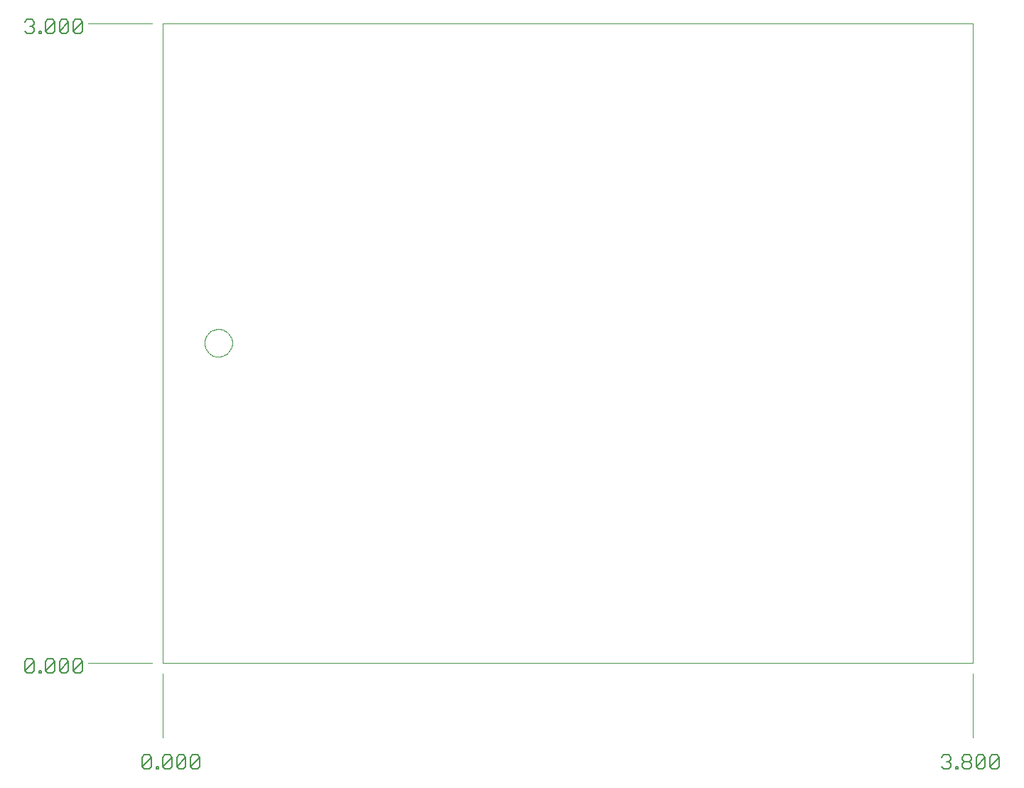
<source format=gbr>
G75*
G70*
%OFA0B0*%
%FSLAX24Y24*%
%IPPOS*%
%LPD*%
%AMOC8*
5,1,8,0,0,1.08239X$1,22.5*
%
%ADD10C,0.0000*%
%ADD11C,0.0060*%
D10*
X003343Y005342D02*
X006343Y005342D01*
X006843Y005342D02*
X006843Y035342D01*
X044843Y035342D01*
X044843Y005342D01*
X006843Y005342D01*
X006843Y004842D02*
X006843Y001842D01*
X008793Y020342D02*
X008796Y020401D01*
X008804Y020460D01*
X008817Y020517D01*
X008836Y020574D01*
X008859Y020628D01*
X008888Y020680D01*
X008921Y020729D01*
X008958Y020775D01*
X008999Y020817D01*
X009044Y020855D01*
X009093Y020890D01*
X009144Y020919D01*
X009198Y020944D01*
X009253Y020964D01*
X009311Y020978D01*
X009369Y020988D01*
X009428Y020992D01*
X009487Y020990D01*
X009546Y020984D01*
X009604Y020972D01*
X009661Y020954D01*
X009715Y020932D01*
X009768Y020905D01*
X009818Y020873D01*
X009865Y020837D01*
X009908Y020796D01*
X009947Y020752D01*
X009982Y020705D01*
X010013Y020654D01*
X010039Y020601D01*
X010060Y020546D01*
X010076Y020489D01*
X010087Y020431D01*
X010092Y020372D01*
X010092Y020312D01*
X010087Y020253D01*
X010076Y020195D01*
X010060Y020138D01*
X010039Y020083D01*
X010013Y020030D01*
X009982Y019979D01*
X009947Y019932D01*
X009908Y019888D01*
X009865Y019847D01*
X009818Y019811D01*
X009768Y019779D01*
X009715Y019752D01*
X009661Y019730D01*
X009604Y019712D01*
X009546Y019700D01*
X009487Y019694D01*
X009428Y019692D01*
X009369Y019696D01*
X009311Y019706D01*
X009253Y019720D01*
X009198Y019740D01*
X009144Y019765D01*
X009093Y019794D01*
X009044Y019829D01*
X008999Y019867D01*
X008958Y019909D01*
X008921Y019955D01*
X008888Y020004D01*
X008859Y020056D01*
X008836Y020110D01*
X008817Y020167D01*
X008804Y020224D01*
X008796Y020283D01*
X008793Y020342D01*
X006343Y035342D02*
X003343Y035342D01*
X044843Y004842D02*
X044843Y001842D01*
D11*
X005980Y000372D02*
X005873Y000478D01*
X006300Y000906D01*
X006300Y000478D01*
X006194Y000372D01*
X005980Y000372D01*
X005873Y000478D02*
X005873Y000906D01*
X005980Y001012D01*
X006194Y001012D01*
X006300Y000906D01*
X006518Y000478D02*
X006625Y000478D01*
X006625Y000372D01*
X006518Y000372D01*
X006518Y000478D01*
X006840Y000478D02*
X006947Y000372D01*
X007160Y000372D01*
X007267Y000478D01*
X007267Y000906D01*
X006840Y000478D01*
X006840Y000906D01*
X006947Y001012D01*
X007160Y001012D01*
X007267Y000906D01*
X007485Y000906D02*
X007485Y000478D01*
X007912Y000906D01*
X007912Y000478D01*
X007805Y000372D01*
X007591Y000372D01*
X007485Y000478D01*
X007485Y000906D02*
X007591Y001012D01*
X007805Y001012D01*
X007912Y000906D01*
X008129Y000906D02*
X008129Y000478D01*
X008556Y000906D01*
X008556Y000478D01*
X008450Y000372D01*
X008236Y000372D01*
X008129Y000478D01*
X008129Y000906D02*
X008236Y001012D01*
X008450Y001012D01*
X008556Y000906D01*
X003056Y004978D02*
X003056Y005406D01*
X002629Y004978D01*
X002736Y004872D01*
X002950Y004872D01*
X003056Y004978D01*
X002629Y004978D02*
X002629Y005406D01*
X002736Y005512D01*
X002950Y005512D01*
X003056Y005406D01*
X002412Y005406D02*
X002412Y004978D01*
X002305Y004872D01*
X002091Y004872D01*
X001985Y004978D01*
X002412Y005406D01*
X002305Y005512D01*
X002091Y005512D01*
X001985Y005406D01*
X001985Y004978D01*
X001767Y004978D02*
X001767Y005406D01*
X001340Y004978D01*
X001447Y004872D01*
X001660Y004872D01*
X001767Y004978D01*
X001340Y004978D02*
X001340Y005406D01*
X001447Y005512D01*
X001660Y005512D01*
X001767Y005406D01*
X001125Y004978D02*
X001125Y004872D01*
X001018Y004872D01*
X001018Y004978D01*
X001125Y004978D01*
X000800Y004978D02*
X000800Y005406D01*
X000373Y004978D01*
X000480Y004872D01*
X000694Y004872D01*
X000800Y004978D01*
X000373Y004978D02*
X000373Y005406D01*
X000480Y005512D01*
X000694Y005512D01*
X000800Y005406D01*
X000694Y034872D02*
X000480Y034872D01*
X000373Y034978D01*
X000587Y035192D02*
X000694Y035192D01*
X000800Y035085D01*
X000800Y034978D01*
X000694Y034872D01*
X000694Y035192D02*
X000800Y035299D01*
X000800Y035406D01*
X000694Y035512D01*
X000480Y035512D01*
X000373Y035406D01*
X001018Y034978D02*
X001125Y034978D01*
X001125Y034872D01*
X001018Y034872D01*
X001018Y034978D01*
X001340Y034978D02*
X001767Y035406D01*
X001767Y034978D01*
X001660Y034872D01*
X001447Y034872D01*
X001340Y034978D01*
X001340Y035406D01*
X001447Y035512D01*
X001660Y035512D01*
X001767Y035406D01*
X001985Y035406D02*
X002091Y035512D01*
X002305Y035512D01*
X002412Y035406D01*
X001985Y034978D01*
X002091Y034872D01*
X002305Y034872D01*
X002412Y034978D01*
X002412Y035406D01*
X002629Y035406D02*
X002736Y035512D01*
X002950Y035512D01*
X003056Y035406D01*
X002629Y034978D01*
X002736Y034872D01*
X002950Y034872D01*
X003056Y034978D01*
X003056Y035406D01*
X002629Y035406D02*
X002629Y034978D01*
X001985Y034978D02*
X001985Y035406D01*
X043373Y000906D02*
X043480Y001012D01*
X043694Y001012D01*
X043800Y000906D01*
X043800Y000799D01*
X043694Y000692D01*
X043800Y000585D01*
X043800Y000478D01*
X043694Y000372D01*
X043480Y000372D01*
X043373Y000478D01*
X043587Y000692D02*
X043694Y000692D01*
X044018Y000478D02*
X044018Y000372D01*
X044125Y000372D01*
X044125Y000478D01*
X044018Y000478D01*
X044340Y000478D02*
X044447Y000372D01*
X044660Y000372D01*
X044767Y000478D01*
X044767Y000585D01*
X044660Y000692D01*
X044447Y000692D01*
X044340Y000799D01*
X044340Y000906D01*
X044447Y001012D01*
X044660Y001012D01*
X044767Y000906D01*
X044767Y000799D01*
X044660Y000692D01*
X044447Y000692D02*
X044340Y000585D01*
X044340Y000478D01*
X044985Y000478D02*
X045091Y000372D01*
X045305Y000372D01*
X045412Y000478D01*
X045412Y000906D01*
X044985Y000478D01*
X044985Y000906D01*
X045091Y001012D01*
X045305Y001012D01*
X045412Y000906D01*
X045629Y000906D02*
X045736Y001012D01*
X045950Y001012D01*
X046056Y000906D01*
X045629Y000478D01*
X045736Y000372D01*
X045950Y000372D01*
X046056Y000478D01*
X046056Y000906D01*
X045629Y000906D02*
X045629Y000478D01*
M02*

</source>
